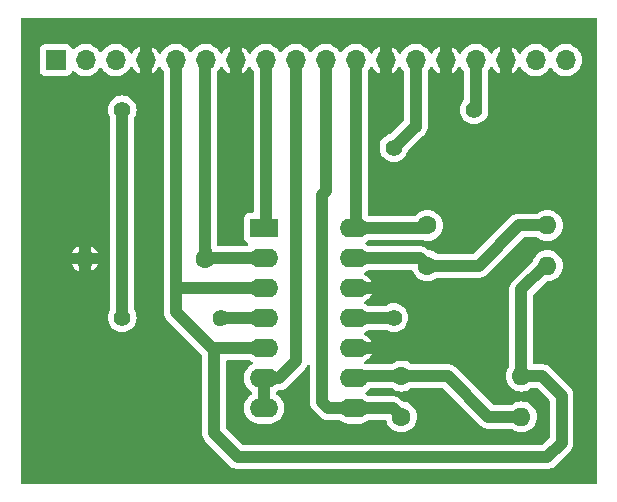
<source format=gbr>
G04 #@! TF.GenerationSoftware,KiCad,Pcbnew,8.0.0*
G04 #@! TF.CreationDate,2024-03-15T09:59:20+01:00*
G04 #@! TF.ProjectId,CMS_AmpliGBP,434d535f-416d-4706-9c69-4742502e6b69,rev?*
G04 #@! TF.SameCoordinates,Original*
G04 #@! TF.FileFunction,Copper,L2,Bot*
G04 #@! TF.FilePolarity,Positive*
%FSLAX46Y46*%
G04 Gerber Fmt 4.6, Leading zero omitted, Abs format (unit mm)*
G04 Created by KiCad (PCBNEW 8.0.0) date 2024-03-15 09:59:20*
%MOMM*%
%LPD*%
G01*
G04 APERTURE LIST*
G04 #@! TA.AperFunction,ComponentPad*
%ADD10R,2.400000X1.600000*%
G04 #@! TD*
G04 #@! TA.AperFunction,ComponentPad*
%ADD11O,2.400000X1.600000*%
G04 #@! TD*
G04 #@! TA.AperFunction,ComponentPad*
%ADD12O,1.600000X1.600000*%
G04 #@! TD*
G04 #@! TA.AperFunction,ComponentPad*
%ADD13C,1.600000*%
G04 #@! TD*
G04 #@! TA.AperFunction,ComponentPad*
%ADD14R,1.700000X1.700000*%
G04 #@! TD*
G04 #@! TA.AperFunction,ComponentPad*
%ADD15O,1.700000X1.700000*%
G04 #@! TD*
G04 #@! TA.AperFunction,ViaPad*
%ADD16C,1.400000*%
G04 #@! TD*
G04 #@! TA.AperFunction,Conductor*
%ADD17C,1.000000*%
G04 #@! TD*
G04 APERTURE END LIST*
D10*
X144020000Y-112020000D03*
D11*
X144020000Y-114560000D03*
X144020000Y-117100000D03*
X144020000Y-119640000D03*
X144020000Y-122180000D03*
X144020000Y-124720000D03*
X144020000Y-127260000D03*
X151640000Y-127260000D03*
X151640000Y-124720000D03*
X151640000Y-122180000D03*
X151640000Y-119640000D03*
X151640000Y-117100000D03*
X151640000Y-114560000D03*
X151640000Y-112020000D03*
D12*
X168000000Y-111800000D03*
D13*
X157840000Y-111800000D03*
X157840000Y-115200000D03*
D12*
X168000000Y-115200000D03*
D13*
X155640000Y-128000000D03*
D12*
X165800000Y-128000000D03*
D13*
X155640000Y-124550000D03*
D12*
X165800000Y-124550000D03*
D13*
X139000000Y-114600000D03*
D12*
X128840000Y-114600000D03*
D14*
X126365000Y-97790000D03*
D15*
X128905000Y-97790000D03*
X131445000Y-97790000D03*
X133985000Y-97790000D03*
X136525000Y-97790000D03*
X139065000Y-97790000D03*
X141605000Y-97790000D03*
X144145000Y-97790000D03*
X146685000Y-97790000D03*
X149225000Y-97790000D03*
X151765000Y-97790000D03*
X154305000Y-97790000D03*
X156845000Y-97790000D03*
X159385000Y-97790000D03*
X161925000Y-97790000D03*
X164465000Y-97790000D03*
X167005000Y-97790000D03*
X169545000Y-97790000D03*
D16*
X155000000Y-105200000D03*
X155000000Y-119600000D03*
X132000000Y-102000000D03*
X161800000Y-102000000D03*
X132000000Y-119600000D03*
X140360000Y-119640000D03*
D17*
X141800000Y-131400000D02*
X139800000Y-129400000D01*
X168000000Y-131400000D02*
X141800000Y-131400000D01*
X169200000Y-126200000D02*
X169200000Y-130200000D01*
X139800000Y-129400000D02*
X139800000Y-122180000D01*
X167550000Y-124550000D02*
X169200000Y-126200000D01*
X169200000Y-130200000D02*
X168000000Y-131400000D01*
X165800000Y-124550000D02*
X167550000Y-124550000D01*
X167800000Y-115200000D02*
X165800000Y-117200000D01*
X165800000Y-117200000D02*
X165800000Y-124550000D01*
X168000000Y-115200000D02*
X167800000Y-115200000D01*
X154900000Y-127260000D02*
X155640000Y-128000000D01*
X151640000Y-127260000D02*
X154900000Y-127260000D01*
X139800000Y-122180000D02*
X144020000Y-122180000D01*
X139600000Y-122180000D02*
X139800000Y-122180000D01*
X136625000Y-117100000D02*
X136525000Y-117000000D01*
X144020000Y-117100000D02*
X136625000Y-117100000D01*
X136525000Y-97790000D02*
X136525000Y-117000000D01*
X136525000Y-117000000D02*
X136525000Y-119105000D01*
X156755000Y-103445000D02*
X156845000Y-103445000D01*
X155000000Y-105200000D02*
X156755000Y-103445000D01*
X154960000Y-119640000D02*
X155000000Y-119600000D01*
X151640000Y-119640000D02*
X154960000Y-119640000D01*
X132000000Y-119600000D02*
X132000000Y-102000000D01*
X161925000Y-101875000D02*
X161800000Y-102000000D01*
X161925000Y-97790000D02*
X161925000Y-101875000D01*
X136525000Y-119105000D02*
X139600000Y-122180000D01*
X145280000Y-124720000D02*
X144020000Y-124720000D01*
X146685000Y-123315000D02*
X145280000Y-124720000D01*
X146685000Y-97790000D02*
X146685000Y-123315000D01*
X144020000Y-127260000D02*
X144020000Y-124720000D01*
X140360000Y-119640000D02*
X140200000Y-119800000D01*
X144020000Y-119640000D02*
X140360000Y-119640000D01*
X159550000Y-124550000D02*
X155640000Y-124550000D01*
X163000000Y-128000000D02*
X159550000Y-124550000D01*
X165800000Y-128000000D02*
X163000000Y-128000000D01*
X151810000Y-124550000D02*
X151640000Y-124720000D01*
X157840000Y-124550000D02*
X151810000Y-124550000D01*
X139000000Y-113910000D02*
X139065000Y-113975000D01*
X139000000Y-97855000D02*
X139000000Y-113910000D01*
X139065000Y-97790000D02*
X139000000Y-97855000D01*
X143980000Y-114520000D02*
X144020000Y-114560000D01*
X139080000Y-114520000D02*
X143980000Y-114520000D01*
X139000000Y-114600000D02*
X139080000Y-114520000D01*
X151640000Y-114560000D02*
X157200000Y-114560000D01*
X157200000Y-114560000D02*
X157840000Y-115200000D01*
X157620000Y-112020000D02*
X157840000Y-111800000D01*
X151640000Y-112020000D02*
X157620000Y-112020000D01*
X149225000Y-108860000D02*
X148885000Y-109200000D01*
X149225000Y-97790000D02*
X149225000Y-108860000D01*
X148885000Y-126705000D02*
X148885000Y-109200000D01*
X144145000Y-111895000D02*
X144020000Y-112020000D01*
X144145000Y-97790000D02*
X144145000Y-111895000D01*
X151765000Y-111895000D02*
X151640000Y-112020000D01*
X151765000Y-97790000D02*
X151765000Y-111895000D01*
X144000000Y-112000000D02*
X144020000Y-112020000D01*
X149440000Y-127260000D02*
X148885000Y-126705000D01*
X151640000Y-127260000D02*
X149440000Y-127260000D01*
X162200000Y-115200000D02*
X157840000Y-115200000D01*
X165600000Y-111800000D02*
X162200000Y-115200000D01*
X168000000Y-111800000D02*
X165600000Y-111800000D01*
X156845000Y-103445000D02*
X156845000Y-97790000D01*
G04 #@! TA.AperFunction,Conductor*
G36*
X142105000Y-98936068D02*
G01*
X142232384Y-98876668D01*
X142232386Y-98876667D01*
X142411554Y-98751212D01*
X142566212Y-98596554D01*
X142691664Y-98417390D01*
X142702117Y-98394974D01*
X142748288Y-98342534D01*
X142815481Y-98323380D01*
X142882363Y-98343594D01*
X142927699Y-98396758D01*
X142928057Y-98397566D01*
X142946140Y-98438792D01*
X143051308Y-98599763D01*
X143069278Y-98627268D01*
X143103728Y-98664690D01*
X143134652Y-98727343D01*
X143136500Y-98748674D01*
X143136500Y-110587500D01*
X143116815Y-110654539D01*
X143064011Y-110700294D01*
X143012500Y-110711500D01*
X142771345Y-110711500D01*
X142710797Y-110718011D01*
X142710795Y-110718011D01*
X142573795Y-110769111D01*
X142456739Y-110856739D01*
X142369111Y-110973795D01*
X142318011Y-111110795D01*
X142318011Y-111110797D01*
X142311500Y-111171345D01*
X142311500Y-112868654D01*
X142318011Y-112929202D01*
X142318011Y-112929204D01*
X142363500Y-113051160D01*
X142369111Y-113066204D01*
X142456739Y-113183261D01*
X142529194Y-113237500D01*
X142573794Y-113270888D01*
X142573795Y-113270888D01*
X142573796Y-113270889D01*
X142574951Y-113271319D01*
X142575938Y-113272058D01*
X142581576Y-113275137D01*
X142581133Y-113275947D01*
X142630883Y-113313192D01*
X142655298Y-113378657D01*
X142640445Y-113446929D01*
X142591039Y-113496333D01*
X142531614Y-113511500D01*
X140132500Y-113511500D01*
X140065461Y-113491815D01*
X140019706Y-113439011D01*
X140008500Y-113387500D01*
X140008500Y-98819282D01*
X140028185Y-98752243D01*
X140041267Y-98735302D01*
X140140722Y-98627268D01*
X140263860Y-98438791D01*
X140281942Y-98397565D01*
X140326896Y-98344082D01*
X140393631Y-98323390D01*
X140460960Y-98342063D01*
X140507504Y-98394172D01*
X140507880Y-98394971D01*
X140518332Y-98417387D01*
X140643787Y-98596554D01*
X140798445Y-98751212D01*
X140977613Y-98876667D01*
X140977615Y-98876668D01*
X141104999Y-98936068D01*
X141105000Y-98936067D01*
X141105000Y-97855826D01*
X141139075Y-97982993D01*
X141204901Y-98097007D01*
X141297993Y-98190099D01*
X141412007Y-98255925D01*
X141539174Y-98290000D01*
X141670826Y-98290000D01*
X141797993Y-98255925D01*
X141912007Y-98190099D01*
X142005099Y-98097007D01*
X142070925Y-97982993D01*
X142105000Y-97855826D01*
X142105000Y-98936068D01*
G37*
G04 #@! TD.AperFunction*
G04 #@! TA.AperFunction,Conductor*
G36*
X172143039Y-94219685D02*
G01*
X172188794Y-94272489D01*
X172200000Y-94324000D01*
X172200000Y-133576000D01*
X172180315Y-133643039D01*
X172127511Y-133688794D01*
X172076000Y-133700000D01*
X123524000Y-133700000D01*
X123456961Y-133680315D01*
X123411206Y-133627511D01*
X123400000Y-133576000D01*
X123400000Y-119600001D01*
X130786884Y-119600001D01*
X130805313Y-119810649D01*
X130805315Y-119810660D01*
X130860041Y-120014902D01*
X130860043Y-120014906D01*
X130860044Y-120014910D01*
X130882887Y-120063896D01*
X130949410Y-120206556D01*
X130949411Y-120206558D01*
X131070700Y-120379778D01*
X131220221Y-120529299D01*
X131220224Y-120529301D01*
X131393442Y-120650589D01*
X131585090Y-120739956D01*
X131789345Y-120794686D01*
X131939812Y-120807850D01*
X131999998Y-120813116D01*
X132000000Y-120813116D01*
X132000002Y-120813116D01*
X132052663Y-120808508D01*
X132210655Y-120794686D01*
X132414910Y-120739956D01*
X132606558Y-120650589D01*
X132779776Y-120529301D01*
X132929301Y-120379776D01*
X133050589Y-120206558D01*
X133139956Y-120014910D01*
X133194686Y-119810655D01*
X133213116Y-119600000D01*
X133194686Y-119389345D01*
X133139956Y-119185090D01*
X133050589Y-118993442D01*
X133041838Y-118980944D01*
X133030924Y-118965356D01*
X133008597Y-118899150D01*
X133008500Y-118894235D01*
X133008500Y-102705764D01*
X133028185Y-102638725D01*
X133030926Y-102634640D01*
X133036713Y-102626374D01*
X133050589Y-102606558D01*
X133139956Y-102414910D01*
X133194686Y-102210655D01*
X133213116Y-102000000D01*
X133194686Y-101789345D01*
X133139956Y-101585090D01*
X133050589Y-101393442D01*
X132929301Y-101220224D01*
X132929299Y-101220221D01*
X132779778Y-101070700D01*
X132606558Y-100949411D01*
X132606556Y-100949410D01*
X132585071Y-100939391D01*
X132414910Y-100860044D01*
X132414906Y-100860043D01*
X132414902Y-100860041D01*
X132210660Y-100805315D01*
X132210656Y-100805314D01*
X132210655Y-100805314D01*
X132210654Y-100805313D01*
X132210649Y-100805313D01*
X132000002Y-100786884D01*
X131999998Y-100786884D01*
X131789350Y-100805313D01*
X131789339Y-100805315D01*
X131585097Y-100860041D01*
X131585088Y-100860045D01*
X131393443Y-100949410D01*
X131393441Y-100949411D01*
X131220221Y-101070700D01*
X131070700Y-101220221D01*
X130949411Y-101393441D01*
X130949410Y-101393443D01*
X130860045Y-101585088D01*
X130860041Y-101585097D01*
X130805315Y-101789339D01*
X130805313Y-101789350D01*
X130786884Y-101999998D01*
X130786884Y-102000001D01*
X130805313Y-102210649D01*
X130805315Y-102210660D01*
X130860041Y-102414902D01*
X130860043Y-102414906D01*
X130860044Y-102414910D01*
X130949410Y-102606556D01*
X130949411Y-102606558D01*
X130949415Y-102606564D01*
X130969074Y-102634640D01*
X130991402Y-102700846D01*
X130991500Y-102705764D01*
X130991500Y-118894235D01*
X130971815Y-118961274D01*
X130969076Y-118965356D01*
X130949414Y-118993437D01*
X130949410Y-118993443D01*
X130860045Y-119185088D01*
X130860041Y-119185097D01*
X130805315Y-119389339D01*
X130805313Y-119389350D01*
X130786884Y-119599998D01*
X130786884Y-119600001D01*
X123400000Y-119600001D01*
X123400000Y-115100000D01*
X127748432Y-115100000D01*
X127815362Y-115234415D01*
X127815369Y-115234427D01*
X127949391Y-115411900D01*
X128113738Y-115561721D01*
X128302823Y-115678798D01*
X128340000Y-115693199D01*
X128340000Y-115100000D01*
X129340000Y-115100000D01*
X129340000Y-115693199D01*
X129377176Y-115678798D01*
X129566261Y-115561721D01*
X129730608Y-115411900D01*
X129864630Y-115234427D01*
X129864637Y-115234415D01*
X129931568Y-115100000D01*
X129340000Y-115100000D01*
X128340000Y-115100000D01*
X127748432Y-115100000D01*
X123400000Y-115100000D01*
X123400000Y-114652661D01*
X128440000Y-114652661D01*
X128467259Y-114754394D01*
X128519920Y-114845606D01*
X128594394Y-114920080D01*
X128685606Y-114972741D01*
X128787339Y-115000000D01*
X128892661Y-115000000D01*
X128994394Y-114972741D01*
X129085606Y-114920080D01*
X129160080Y-114845606D01*
X129212741Y-114754394D01*
X129240000Y-114652661D01*
X129240000Y-114547339D01*
X129212741Y-114445606D01*
X129160080Y-114354394D01*
X129085606Y-114279920D01*
X128994394Y-114227259D01*
X128892661Y-114200000D01*
X128787339Y-114200000D01*
X128685606Y-114227259D01*
X128594394Y-114279920D01*
X128519920Y-114354394D01*
X128467259Y-114445606D01*
X128440000Y-114547339D01*
X128440000Y-114652661D01*
X123400000Y-114652661D01*
X123400000Y-114099999D01*
X127748431Y-114099999D01*
X127748432Y-114100000D01*
X128340000Y-114100000D01*
X128340000Y-113506799D01*
X129340000Y-113506799D01*
X129340000Y-114100000D01*
X129931568Y-114100000D01*
X129931568Y-114099999D01*
X129864637Y-113965584D01*
X129864630Y-113965572D01*
X129730608Y-113788099D01*
X129566261Y-113638278D01*
X129377179Y-113521202D01*
X129340000Y-113506799D01*
X128340000Y-113506799D01*
X128302820Y-113521202D01*
X128113738Y-113638278D01*
X127949391Y-113788099D01*
X127815369Y-113965572D01*
X127815362Y-113965584D01*
X127748431Y-114099999D01*
X123400000Y-114099999D01*
X123400000Y-98688654D01*
X125006500Y-98688654D01*
X125013011Y-98749202D01*
X125013011Y-98749204D01*
X125039150Y-98819282D01*
X125064111Y-98886204D01*
X125151739Y-99003261D01*
X125268796Y-99090889D01*
X125405799Y-99141989D01*
X125433050Y-99144918D01*
X125466345Y-99148499D01*
X125466362Y-99148500D01*
X127263638Y-99148500D01*
X127263654Y-99148499D01*
X127290692Y-99145591D01*
X127324201Y-99141989D01*
X127461204Y-99090889D01*
X127578261Y-99003261D01*
X127665889Y-98886204D01*
X127711138Y-98764887D01*
X127753009Y-98708956D01*
X127818474Y-98684539D01*
X127886746Y-98699391D01*
X127918545Y-98724236D01*
X127981760Y-98792906D01*
X128159424Y-98931189D01*
X128159425Y-98931189D01*
X128159427Y-98931191D01*
X128286135Y-98999761D01*
X128357426Y-99038342D01*
X128570365Y-99111444D01*
X128792431Y-99148500D01*
X129017569Y-99148500D01*
X129239635Y-99111444D01*
X129452574Y-99038342D01*
X129650576Y-98931189D01*
X129828240Y-98792906D01*
X129980722Y-98627268D01*
X130071193Y-98488790D01*
X130124338Y-98443437D01*
X130193569Y-98434013D01*
X130256905Y-98463515D01*
X130278804Y-98488787D01*
X130369278Y-98627268D01*
X130369283Y-98627273D01*
X130369284Y-98627276D01*
X130521756Y-98792902D01*
X130521761Y-98792907D01*
X130580981Y-98839000D01*
X130699424Y-98931189D01*
X130699425Y-98931189D01*
X130699427Y-98931191D01*
X130826135Y-98999761D01*
X130897426Y-99038342D01*
X131110365Y-99111444D01*
X131332431Y-99148500D01*
X131557569Y-99148500D01*
X131779635Y-99111444D01*
X131992574Y-99038342D01*
X132190576Y-98931189D01*
X132368240Y-98792906D01*
X132520722Y-98627268D01*
X132643860Y-98438791D01*
X132661942Y-98397565D01*
X132706896Y-98344082D01*
X132773631Y-98323390D01*
X132840960Y-98342063D01*
X132887504Y-98394172D01*
X132887880Y-98394971D01*
X132898332Y-98417387D01*
X133023787Y-98596554D01*
X133178445Y-98751212D01*
X133357613Y-98876667D01*
X133357615Y-98876668D01*
X133484999Y-98936068D01*
X133485000Y-98936067D01*
X133485000Y-97855826D01*
X133519075Y-97982993D01*
X133584901Y-98097007D01*
X133677993Y-98190099D01*
X133792007Y-98255925D01*
X133919174Y-98290000D01*
X134050826Y-98290000D01*
X134177993Y-98255925D01*
X134292007Y-98190099D01*
X134385099Y-98097007D01*
X134450925Y-97982993D01*
X134485000Y-97855826D01*
X134485000Y-98936068D01*
X134612384Y-98876668D01*
X134612386Y-98876667D01*
X134791554Y-98751212D01*
X134946212Y-98596554D01*
X135071664Y-98417390D01*
X135082117Y-98394974D01*
X135128288Y-98342534D01*
X135195481Y-98323380D01*
X135262363Y-98343594D01*
X135307699Y-98396758D01*
X135308057Y-98397566D01*
X135326140Y-98438792D01*
X135431308Y-98599763D01*
X135449278Y-98627268D01*
X135483728Y-98664690D01*
X135514652Y-98727343D01*
X135516500Y-98748674D01*
X135516500Y-119204333D01*
X135555254Y-119399161D01*
X135555256Y-119399169D01*
X135612356Y-119537019D01*
X135631280Y-119582707D01*
X135741646Y-119747880D01*
X135741649Y-119747884D01*
X138755181Y-122761415D01*
X138788666Y-122822738D01*
X138791500Y-122849096D01*
X138791500Y-129499333D01*
X138830254Y-129694160D01*
X138830256Y-129694168D01*
X138906277Y-129877701D01*
X138906282Y-129877710D01*
X139016646Y-130042880D01*
X139016649Y-130042884D01*
X141016647Y-132042881D01*
X141157119Y-132183353D01*
X141157120Y-132183354D01*
X141322289Y-132293717D01*
X141322295Y-132293720D01*
X141322296Y-132293721D01*
X141505831Y-132369744D01*
X141700666Y-132408499D01*
X141700670Y-132408500D01*
X141700671Y-132408500D01*
X168099330Y-132408500D01*
X168099331Y-132408499D01*
X168294169Y-132369744D01*
X168477704Y-132293721D01*
X168642881Y-132183353D01*
X168783353Y-132042881D01*
X169983353Y-130842881D01*
X170093721Y-130677704D01*
X170169744Y-130494169D01*
X170208500Y-130299329D01*
X170208500Y-130100671D01*
X170208500Y-126100671D01*
X170169744Y-125905831D01*
X170106100Y-125752182D01*
X170093722Y-125722298D01*
X170093717Y-125722289D01*
X169983354Y-125557120D01*
X169929587Y-125503353D01*
X169842881Y-125416647D01*
X169043253Y-124617019D01*
X168192884Y-123766649D01*
X168192880Y-123766646D01*
X168027710Y-123656282D01*
X168027703Y-123656278D01*
X168009864Y-123648889D01*
X167992024Y-123641500D01*
X167844169Y-123580256D01*
X167844161Y-123580254D01*
X167649333Y-123541500D01*
X167649329Y-123541500D01*
X166932500Y-123541500D01*
X166865461Y-123521815D01*
X166819706Y-123469011D01*
X166808500Y-123417500D01*
X166808500Y-117669095D01*
X166828185Y-117602056D01*
X166844814Y-117581418D01*
X167878869Y-116547363D01*
X167940192Y-116513879D01*
X167977358Y-116511517D01*
X167999999Y-116513498D01*
X168000000Y-116513498D01*
X168000002Y-116513498D01*
X168057021Y-116508509D01*
X168228087Y-116493543D01*
X168449243Y-116434284D01*
X168656749Y-116337523D01*
X168844300Y-116206198D01*
X169006198Y-116044300D01*
X169137523Y-115856749D01*
X169234284Y-115649243D01*
X169293543Y-115428087D01*
X169313498Y-115200000D01*
X169293543Y-114971913D01*
X169234284Y-114750757D01*
X169137523Y-114543251D01*
X169006198Y-114355700D01*
X168844300Y-114193802D01*
X168656749Y-114062477D01*
X168646526Y-114057710D01*
X168449249Y-113965718D01*
X168449238Y-113965714D01*
X168228089Y-113906457D01*
X168228081Y-113906456D01*
X168000002Y-113886502D01*
X167999998Y-113886502D01*
X167771918Y-113906456D01*
X167771910Y-113906457D01*
X167550761Y-113965714D01*
X167550750Y-113965718D01*
X167343254Y-114062475D01*
X167343252Y-114062476D01*
X167343251Y-114062477D01*
X167155700Y-114193802D01*
X167155698Y-114193803D01*
X167155695Y-114193806D01*
X166993806Y-114355695D01*
X166993803Y-114355698D01*
X166993802Y-114355700D01*
X166911767Y-114472856D01*
X166862476Y-114543252D01*
X166862475Y-114543254D01*
X166765717Y-114750752D01*
X166753343Y-114796930D01*
X166721250Y-114852514D01*
X165529466Y-116044300D01*
X165157119Y-116416647D01*
X165102708Y-116471058D01*
X165016645Y-116557120D01*
X164906282Y-116722289D01*
X164906277Y-116722298D01*
X164830256Y-116905830D01*
X164830254Y-116905838D01*
X164791500Y-117100666D01*
X164791500Y-123669890D01*
X164771815Y-123736929D01*
X164769087Y-123740995D01*
X164751127Y-123766646D01*
X164662476Y-123893252D01*
X164662475Y-123893254D01*
X164565718Y-124100750D01*
X164565714Y-124100761D01*
X164506457Y-124321910D01*
X164506456Y-124321918D01*
X164486502Y-124549998D01*
X164486502Y-124550001D01*
X164506456Y-124778081D01*
X164506457Y-124778089D01*
X164565714Y-124999238D01*
X164565718Y-124999249D01*
X164662475Y-125206745D01*
X164662477Y-125206749D01*
X164793802Y-125394300D01*
X164955700Y-125556198D01*
X165143251Y-125687523D01*
X165217827Y-125722298D01*
X165350750Y-125784281D01*
X165350752Y-125784281D01*
X165350757Y-125784284D01*
X165571913Y-125843543D01*
X165734832Y-125857796D01*
X165799998Y-125863498D01*
X165800000Y-125863498D01*
X165800002Y-125863498D01*
X165857021Y-125858509D01*
X166028087Y-125843543D01*
X166249243Y-125784284D01*
X166456749Y-125687523D01*
X166608986Y-125580925D01*
X166675193Y-125558598D01*
X166680110Y-125558500D01*
X167080904Y-125558500D01*
X167147943Y-125578185D01*
X167168585Y-125594819D01*
X168155181Y-126581415D01*
X168188666Y-126642738D01*
X168191500Y-126669096D01*
X168191500Y-129730904D01*
X168171815Y-129797943D01*
X168155181Y-129818585D01*
X167618585Y-130355181D01*
X167557262Y-130388666D01*
X167530904Y-130391500D01*
X142269096Y-130391500D01*
X142202057Y-130371815D01*
X142181415Y-130355181D01*
X140844819Y-129018585D01*
X140811334Y-128957262D01*
X140808500Y-128930904D01*
X140808500Y-123312500D01*
X140828185Y-123245461D01*
X140880989Y-123199706D01*
X140932500Y-123188500D01*
X142741639Y-123188500D01*
X142808678Y-123208185D01*
X142814524Y-123212182D01*
X142934195Y-123299128D01*
X143013459Y-123339516D01*
X143064254Y-123387490D01*
X143081049Y-123455311D01*
X143058511Y-123521446D01*
X143013459Y-123560484D01*
X142934195Y-123600871D01*
X142767576Y-123721926D01*
X142767571Y-123721930D01*
X142621930Y-123867571D01*
X142621926Y-123867576D01*
X142500873Y-124034193D01*
X142407367Y-124217705D01*
X142343719Y-124413591D01*
X142311500Y-124617019D01*
X142311500Y-124822980D01*
X142343719Y-125026408D01*
X142407367Y-125222294D01*
X142500873Y-125405806D01*
X142621926Y-125572423D01*
X142621930Y-125572428D01*
X142767571Y-125718069D01*
X142767576Y-125718073D01*
X142934192Y-125839126D01*
X142934194Y-125839127D01*
X142934197Y-125839129D01*
X142943793Y-125844018D01*
X142994590Y-125891992D01*
X143011500Y-125954504D01*
X143011500Y-126025495D01*
X142991815Y-126092534D01*
X142943802Y-126135976D01*
X142934195Y-126140871D01*
X142934193Y-126140872D01*
X142767576Y-126261926D01*
X142767571Y-126261930D01*
X142621930Y-126407571D01*
X142621926Y-126407576D01*
X142500873Y-126574193D01*
X142407367Y-126757705D01*
X142343719Y-126953591D01*
X142311500Y-127157019D01*
X142311500Y-127362980D01*
X142343719Y-127566408D01*
X142407367Y-127762294D01*
X142500873Y-127945806D01*
X142621926Y-128112423D01*
X142621930Y-128112428D01*
X142767571Y-128258069D01*
X142767576Y-128258073D01*
X142908427Y-128360406D01*
X142934197Y-128379129D01*
X143051128Y-128438709D01*
X143117705Y-128472632D01*
X143117707Y-128472632D01*
X143117710Y-128472634D01*
X143222707Y-128506749D01*
X143313591Y-128536280D01*
X143415305Y-128552390D01*
X143517019Y-128568500D01*
X143517020Y-128568500D01*
X144522980Y-128568500D01*
X144522981Y-128568500D01*
X144726408Y-128536280D01*
X144922290Y-128472634D01*
X145105803Y-128379129D01*
X145272430Y-128258068D01*
X145418068Y-128112430D01*
X145539129Y-127945803D01*
X145632634Y-127762290D01*
X145696280Y-127566408D01*
X145728500Y-127362981D01*
X145728500Y-127157019D01*
X145703499Y-126999169D01*
X145696280Y-126953591D01*
X145635235Y-126765716D01*
X145632634Y-126757710D01*
X145632632Y-126757707D01*
X145632632Y-126757705D01*
X145598709Y-126691128D01*
X145539129Y-126574197D01*
X145468255Y-126476647D01*
X145418073Y-126407576D01*
X145418069Y-126407571D01*
X145272428Y-126261930D01*
X145272423Y-126261926D01*
X145105806Y-126140872D01*
X145105804Y-126140871D01*
X145096198Y-126135976D01*
X145045405Y-126087998D01*
X145028500Y-126025495D01*
X145028500Y-125954504D01*
X145048185Y-125887465D01*
X145096205Y-125844018D01*
X145105803Y-125839129D01*
X145225476Y-125752181D01*
X145291282Y-125728702D01*
X145298361Y-125728500D01*
X145379330Y-125728500D01*
X145379331Y-125728499D01*
X145574169Y-125689744D01*
X145757704Y-125613721D01*
X145922881Y-125503353D01*
X146063353Y-125362881D01*
X147468353Y-123957881D01*
X147578721Y-123792704D01*
X147608036Y-123721932D01*
X147614759Y-123705701D01*
X147614759Y-123705700D01*
X147635230Y-123656279D01*
X147637939Y-123649738D01*
X147681780Y-123595336D01*
X147748075Y-123573271D01*
X147815774Y-123590550D01*
X147863384Y-123641688D01*
X147876500Y-123697192D01*
X147876500Y-126804333D01*
X147915254Y-126999161D01*
X147915256Y-126999169D01*
X147980093Y-127155697D01*
X147980093Y-127155698D01*
X147991277Y-127182700D01*
X147991282Y-127182709D01*
X148101646Y-127347880D01*
X148101649Y-127347884D01*
X148797115Y-128043351D01*
X148797123Y-128043357D01*
X148962286Y-128153715D01*
X148962289Y-128153716D01*
X148962297Y-128153722D01*
X149069809Y-128198254D01*
X149145831Y-128229744D01*
X149288226Y-128258068D01*
X149340666Y-128268499D01*
X149340670Y-128268500D01*
X149340671Y-128268500D01*
X149340672Y-128268500D01*
X149539329Y-128268500D01*
X150361639Y-128268500D01*
X150428678Y-128288185D01*
X150434519Y-128292179D01*
X150554197Y-128379129D01*
X150671128Y-128438709D01*
X150737705Y-128472632D01*
X150737707Y-128472632D01*
X150737710Y-128472634D01*
X150842707Y-128506749D01*
X150933591Y-128536280D01*
X151035305Y-128552390D01*
X151137019Y-128568500D01*
X151137020Y-128568500D01*
X152142980Y-128568500D01*
X152142981Y-128568500D01*
X152346408Y-128536280D01*
X152542290Y-128472634D01*
X152725803Y-128379129D01*
X152845476Y-128292181D01*
X152911282Y-128268702D01*
X152918361Y-128268500D01*
X154262137Y-128268500D01*
X154329176Y-128288185D01*
X154374931Y-128340989D01*
X154381912Y-128360406D01*
X154405714Y-128449238D01*
X154405718Y-128449249D01*
X154461326Y-128568500D01*
X154502477Y-128656749D01*
X154633802Y-128844300D01*
X154795700Y-129006198D01*
X154983251Y-129137523D01*
X155108091Y-129195736D01*
X155190750Y-129234281D01*
X155190752Y-129234281D01*
X155190757Y-129234284D01*
X155411913Y-129293543D01*
X155574832Y-129307796D01*
X155639998Y-129313498D01*
X155640000Y-129313498D01*
X155640002Y-129313498D01*
X155697021Y-129308509D01*
X155868087Y-129293543D01*
X156089243Y-129234284D01*
X156296749Y-129137523D01*
X156484300Y-129006198D01*
X156646198Y-128844300D01*
X156777523Y-128656749D01*
X156874284Y-128449243D01*
X156933543Y-128228087D01*
X156953498Y-128000000D01*
X156933543Y-127771913D01*
X156874284Y-127550757D01*
X156777523Y-127343251D01*
X156646198Y-127155700D01*
X156484300Y-126993802D01*
X156296749Y-126862477D01*
X156296745Y-126862475D01*
X156089249Y-126765718D01*
X156089238Y-126765714D01*
X155868089Y-126706457D01*
X155868083Y-126706456D01*
X155808501Y-126701243D01*
X155743433Y-126675789D01*
X155731630Y-126665396D01*
X155542884Y-126476649D01*
X155542880Y-126476646D01*
X155377710Y-126366282D01*
X155377703Y-126366278D01*
X155359864Y-126358889D01*
X155342024Y-126351500D01*
X155194169Y-126290256D01*
X155194161Y-126290254D01*
X154999333Y-126251500D01*
X154999329Y-126251500D01*
X152918361Y-126251500D01*
X152851322Y-126231815D01*
X152845476Y-126227818D01*
X152725806Y-126140873D01*
X152725805Y-126140872D01*
X152725803Y-126140871D01*
X152646540Y-126100484D01*
X152595745Y-126052510D01*
X152578950Y-125984689D01*
X152601487Y-125918554D01*
X152646541Y-125879515D01*
X152648500Y-125878517D01*
X152725803Y-125839129D01*
X152861400Y-125740612D01*
X152892422Y-125718074D01*
X152892422Y-125718073D01*
X152892430Y-125718068D01*
X153015680Y-125594818D01*
X153077003Y-125561334D01*
X153103361Y-125558500D01*
X154759890Y-125558500D01*
X154826929Y-125578185D01*
X154831015Y-125580925D01*
X154983251Y-125687523D01*
X155057827Y-125722298D01*
X155190750Y-125784281D01*
X155190752Y-125784281D01*
X155190757Y-125784284D01*
X155411913Y-125843543D01*
X155574832Y-125857796D01*
X155639998Y-125863498D01*
X155640000Y-125863498D01*
X155640002Y-125863498D01*
X155697021Y-125858509D01*
X155868087Y-125843543D01*
X156089243Y-125784284D01*
X156296749Y-125687523D01*
X156448986Y-125580925D01*
X156515193Y-125558598D01*
X156520110Y-125558500D01*
X159080904Y-125558500D01*
X159147943Y-125578185D01*
X159168585Y-125594819D01*
X162357115Y-128783351D01*
X162357119Y-128783354D01*
X162522289Y-128893718D01*
X162522291Y-128893719D01*
X162522296Y-128893722D01*
X162652075Y-128947477D01*
X162705831Y-128969744D01*
X162889073Y-129006193D01*
X162900666Y-129008499D01*
X162900670Y-129008500D01*
X162900671Y-129008500D01*
X164919890Y-129008500D01*
X164986929Y-129028185D01*
X164991015Y-129030925D01*
X165143251Y-129137523D01*
X165268091Y-129195736D01*
X165350750Y-129234281D01*
X165350752Y-129234281D01*
X165350757Y-129234284D01*
X165571913Y-129293543D01*
X165734832Y-129307796D01*
X165799998Y-129313498D01*
X165800000Y-129313498D01*
X165800002Y-129313498D01*
X165857021Y-129308509D01*
X166028087Y-129293543D01*
X166249243Y-129234284D01*
X166456749Y-129137523D01*
X166644300Y-129006198D01*
X166806198Y-128844300D01*
X166937523Y-128656749D01*
X167034284Y-128449243D01*
X167093543Y-128228087D01*
X167113498Y-128000000D01*
X167093543Y-127771913D01*
X167034284Y-127550757D01*
X166937523Y-127343251D01*
X166806198Y-127155700D01*
X166644300Y-126993802D01*
X166456749Y-126862477D01*
X166456745Y-126862475D01*
X166249249Y-126765718D01*
X166249238Y-126765714D01*
X166028089Y-126706457D01*
X166028081Y-126706456D01*
X165800002Y-126686502D01*
X165799998Y-126686502D01*
X165571918Y-126706456D01*
X165571910Y-126706457D01*
X165350761Y-126765714D01*
X165350750Y-126765718D01*
X165143254Y-126862475D01*
X165143252Y-126862476D01*
X164991014Y-126969075D01*
X164924807Y-126991402D01*
X164919890Y-126991500D01*
X163469097Y-126991500D01*
X163402058Y-126971815D01*
X163381416Y-126955181D01*
X160192884Y-123766649D01*
X160192880Y-123766646D01*
X160027710Y-123656282D01*
X160027703Y-123656278D01*
X160009864Y-123648889D01*
X159992024Y-123641500D01*
X159844169Y-123580256D01*
X159844161Y-123580254D01*
X159649333Y-123541500D01*
X159649329Y-123541500D01*
X157939329Y-123541500D01*
X156520110Y-123541500D01*
X156453071Y-123521815D01*
X156448986Y-123519075D01*
X156427741Y-123504199D01*
X156296749Y-123412477D01*
X156259619Y-123395163D01*
X156089249Y-123315718D01*
X156089238Y-123315714D01*
X155868089Y-123256457D01*
X155868081Y-123256456D01*
X155640002Y-123236502D01*
X155639998Y-123236502D01*
X155411918Y-123256456D01*
X155411910Y-123256457D01*
X155190761Y-123315714D01*
X155190750Y-123315718D01*
X154983254Y-123412475D01*
X154983252Y-123412476D01*
X154831014Y-123519075D01*
X154764807Y-123541402D01*
X154759890Y-123541500D01*
X152639051Y-123541500D01*
X152582757Y-123527985D01*
X152542290Y-123507366D01*
X152537787Y-123505501D01*
X152538325Y-123504199D01*
X152485887Y-123468332D01*
X152458698Y-123403970D01*
X152470622Y-123335125D01*
X152517874Y-123283656D01*
X152525597Y-123279367D01*
X152668941Y-123206329D01*
X152821741Y-123095314D01*
X152821746Y-123095310D01*
X152955310Y-122961746D01*
X152955314Y-122961741D01*
X153066329Y-122808941D01*
X153132028Y-122680000D01*
X151264000Y-122680000D01*
X151196961Y-122660315D01*
X151151206Y-122607511D01*
X151140000Y-122556000D01*
X151140000Y-122232661D01*
X151240000Y-122232661D01*
X151267259Y-122334394D01*
X151319920Y-122425606D01*
X151394394Y-122500080D01*
X151485606Y-122552741D01*
X151587339Y-122580000D01*
X151692661Y-122580000D01*
X151794394Y-122552741D01*
X151885606Y-122500080D01*
X151960080Y-122425606D01*
X152012741Y-122334394D01*
X152040000Y-122232661D01*
X152040000Y-122127339D01*
X152012741Y-122025606D01*
X151960080Y-121934394D01*
X151885606Y-121859920D01*
X151794394Y-121807259D01*
X151692661Y-121780000D01*
X151587339Y-121780000D01*
X151485606Y-121807259D01*
X151394394Y-121859920D01*
X151319920Y-121934394D01*
X151267259Y-122025606D01*
X151240000Y-122127339D01*
X151240000Y-122232661D01*
X151140000Y-122232661D01*
X151140000Y-121804000D01*
X151159685Y-121736961D01*
X151212489Y-121691206D01*
X151264000Y-121680000D01*
X153132028Y-121680000D01*
X153132028Y-121679999D01*
X153066329Y-121551058D01*
X152955314Y-121398258D01*
X152955310Y-121398253D01*
X152821746Y-121264689D01*
X152821741Y-121264685D01*
X152668940Y-121153670D01*
X152525597Y-121080632D01*
X152474801Y-121032657D01*
X152458006Y-120964836D01*
X152480544Y-120898701D01*
X152535259Y-120855250D01*
X152541263Y-120853059D01*
X152542288Y-120852635D01*
X152542290Y-120852634D01*
X152725803Y-120759129D01*
X152845476Y-120672181D01*
X152911282Y-120648702D01*
X152918361Y-120648500D01*
X154361473Y-120648500D01*
X154413876Y-120660117D01*
X154585090Y-120739956D01*
X154789345Y-120794686D01*
X154939812Y-120807850D01*
X154999998Y-120813116D01*
X155000000Y-120813116D01*
X155000002Y-120813116D01*
X155052663Y-120808508D01*
X155210655Y-120794686D01*
X155414910Y-120739956D01*
X155606558Y-120650589D01*
X155779776Y-120529301D01*
X155929301Y-120379776D01*
X156050589Y-120206558D01*
X156139956Y-120014910D01*
X156194686Y-119810655D01*
X156213116Y-119600000D01*
X156194686Y-119389345D01*
X156139956Y-119185090D01*
X156050589Y-118993442D01*
X155929301Y-118820224D01*
X155929299Y-118820221D01*
X155779778Y-118670700D01*
X155606558Y-118549411D01*
X155606556Y-118549410D01*
X155500690Y-118500044D01*
X155414910Y-118460044D01*
X155414906Y-118460043D01*
X155414902Y-118460041D01*
X155210660Y-118405315D01*
X155210656Y-118405314D01*
X155210655Y-118405314D01*
X155210654Y-118405313D01*
X155210649Y-118405313D01*
X155000002Y-118386884D01*
X154999998Y-118386884D01*
X154789350Y-118405313D01*
X154789339Y-118405315D01*
X154585097Y-118460041D01*
X154585088Y-118460045D01*
X154393443Y-118549410D01*
X154393441Y-118549411D01*
X154339299Y-118587321D01*
X154308231Y-118609075D01*
X154242027Y-118631402D01*
X154237110Y-118631500D01*
X152918361Y-118631500D01*
X152851322Y-118611815D01*
X152845476Y-118607818D01*
X152820139Y-118589410D01*
X152725803Y-118520871D01*
X152666238Y-118490521D01*
X152542288Y-118427364D01*
X152537797Y-118425505D01*
X152538334Y-118424206D01*
X152485887Y-118388332D01*
X152458698Y-118323970D01*
X152470622Y-118255125D01*
X152517874Y-118203656D01*
X152525597Y-118199367D01*
X152668941Y-118126329D01*
X152821741Y-118015314D01*
X152821746Y-118015310D01*
X152955310Y-117881746D01*
X152955314Y-117881741D01*
X153066329Y-117728941D01*
X153132028Y-117600000D01*
X151264000Y-117600000D01*
X151196961Y-117580315D01*
X151151206Y-117527511D01*
X151140000Y-117476000D01*
X151140000Y-117152661D01*
X151240000Y-117152661D01*
X151267259Y-117254394D01*
X151319920Y-117345606D01*
X151394394Y-117420080D01*
X151485606Y-117472741D01*
X151587339Y-117500000D01*
X151692661Y-117500000D01*
X151794394Y-117472741D01*
X151885606Y-117420080D01*
X151960080Y-117345606D01*
X152012741Y-117254394D01*
X152040000Y-117152661D01*
X152040000Y-117047339D01*
X152012741Y-116945606D01*
X151960080Y-116854394D01*
X151885606Y-116779920D01*
X151794394Y-116727259D01*
X151692661Y-116700000D01*
X151587339Y-116700000D01*
X151485606Y-116727259D01*
X151394394Y-116779920D01*
X151319920Y-116854394D01*
X151267259Y-116945606D01*
X151240000Y-117047339D01*
X151240000Y-117152661D01*
X151140000Y-117152661D01*
X151140000Y-116724000D01*
X151159685Y-116656961D01*
X151212489Y-116611206D01*
X151264000Y-116600000D01*
X153132028Y-116600000D01*
X153132028Y-116599999D01*
X153066329Y-116471058D01*
X152955314Y-116318258D01*
X152955310Y-116318253D01*
X152821746Y-116184689D01*
X152821741Y-116184685D01*
X152668940Y-116073670D01*
X152525597Y-116000632D01*
X152474801Y-115952657D01*
X152458006Y-115884836D01*
X152480544Y-115818701D01*
X152535259Y-115775250D01*
X152541263Y-115773059D01*
X152542288Y-115772635D01*
X152542290Y-115772634D01*
X152725803Y-115679129D01*
X152845476Y-115592181D01*
X152911282Y-115568702D01*
X152918361Y-115568500D01*
X156489502Y-115568500D01*
X156556541Y-115588185D01*
X156602296Y-115640989D01*
X156605398Y-115648562D01*
X156684735Y-115818701D01*
X156702477Y-115856749D01*
X156833802Y-116044300D01*
X156995700Y-116206198D01*
X157183251Y-116337523D01*
X157308091Y-116395736D01*
X157390750Y-116434281D01*
X157390752Y-116434281D01*
X157390757Y-116434284D01*
X157611913Y-116493543D01*
X157774832Y-116507796D01*
X157839998Y-116513498D01*
X157840000Y-116513498D01*
X157840002Y-116513498D01*
X157897021Y-116508509D01*
X158068087Y-116493543D01*
X158289243Y-116434284D01*
X158496749Y-116337523D01*
X158648986Y-116230925D01*
X158715193Y-116208598D01*
X158720110Y-116208500D01*
X162299330Y-116208500D01*
X162299331Y-116208499D01*
X162494169Y-116169744D01*
X162677704Y-116093721D01*
X162842881Y-115983353D01*
X162983353Y-115842881D01*
X165981415Y-112844819D01*
X166042738Y-112811334D01*
X166069096Y-112808500D01*
X167119890Y-112808500D01*
X167186929Y-112828185D01*
X167191015Y-112830925D01*
X167343251Y-112937523D01*
X167468091Y-112995736D01*
X167550750Y-113034281D01*
X167550752Y-113034281D01*
X167550757Y-113034284D01*
X167771913Y-113093543D01*
X167934832Y-113107796D01*
X167999998Y-113113498D01*
X168000000Y-113113498D01*
X168000002Y-113113498D01*
X168057021Y-113108509D01*
X168228087Y-113093543D01*
X168449243Y-113034284D01*
X168656749Y-112937523D01*
X168844300Y-112806198D01*
X169006198Y-112644300D01*
X169137523Y-112456749D01*
X169234284Y-112249243D01*
X169293543Y-112028087D01*
X169313498Y-111800000D01*
X169293543Y-111571913D01*
X169234284Y-111350757D01*
X169227767Y-111336782D01*
X169148866Y-111167576D01*
X169137523Y-111143251D01*
X169006198Y-110955700D01*
X168844300Y-110793802D01*
X168656749Y-110662477D01*
X168639726Y-110654539D01*
X168449249Y-110565718D01*
X168449238Y-110565714D01*
X168228089Y-110506457D01*
X168228081Y-110506456D01*
X168000002Y-110486502D01*
X167999998Y-110486502D01*
X167771918Y-110506456D01*
X167771910Y-110506457D01*
X167550761Y-110565714D01*
X167550750Y-110565718D01*
X167343254Y-110662475D01*
X167343252Y-110662476D01*
X167191014Y-110769075D01*
X167124807Y-110791402D01*
X167119890Y-110791500D01*
X165500666Y-110791500D01*
X165305838Y-110830254D01*
X165305830Y-110830256D01*
X165122298Y-110906277D01*
X165122289Y-110906282D01*
X164957119Y-111016646D01*
X164957115Y-111016649D01*
X161818585Y-114155181D01*
X161757262Y-114188666D01*
X161730904Y-114191500D01*
X158720110Y-114191500D01*
X158653071Y-114171815D01*
X158648986Y-114169075D01*
X158550337Y-114100000D01*
X158496749Y-114062477D01*
X158486526Y-114057710D01*
X158289249Y-113965718D01*
X158289238Y-113965714D01*
X158068089Y-113906457D01*
X158068083Y-113906456D01*
X158008502Y-113901243D01*
X157943434Y-113875789D01*
X157931631Y-113865396D01*
X157842884Y-113776649D01*
X157842880Y-113776646D01*
X157677710Y-113666282D01*
X157677703Y-113666278D01*
X157659864Y-113658889D01*
X157642024Y-113651500D01*
X157494169Y-113590256D01*
X157494161Y-113590254D01*
X157299333Y-113551500D01*
X157299329Y-113551500D01*
X152918361Y-113551500D01*
X152851322Y-113531815D01*
X152845476Y-113527818D01*
X152802140Y-113496333D01*
X152725803Y-113440871D01*
X152646540Y-113400484D01*
X152595745Y-113352510D01*
X152578950Y-113284689D01*
X152601487Y-113218554D01*
X152646541Y-113179515D01*
X152725803Y-113139129D01*
X152845476Y-113052181D01*
X152911282Y-113028702D01*
X152918361Y-113028500D01*
X157353000Y-113028500D01*
X157385181Y-113034175D01*
X157385528Y-113032883D01*
X157453739Y-113051160D01*
X157611913Y-113093543D01*
X157774832Y-113107796D01*
X157839998Y-113113498D01*
X157840000Y-113113498D01*
X157840002Y-113113498D01*
X157897021Y-113108509D01*
X158068087Y-113093543D01*
X158289243Y-113034284D01*
X158496749Y-112937523D01*
X158684300Y-112806198D01*
X158846198Y-112644300D01*
X158977523Y-112456749D01*
X159074284Y-112249243D01*
X159133543Y-112028087D01*
X159153498Y-111800000D01*
X159133543Y-111571913D01*
X159074284Y-111350757D01*
X159067767Y-111336782D01*
X158988866Y-111167576D01*
X158977523Y-111143251D01*
X158846198Y-110955700D01*
X158684300Y-110793802D01*
X158496749Y-110662477D01*
X158479726Y-110654539D01*
X158289249Y-110565718D01*
X158289238Y-110565714D01*
X158068089Y-110506457D01*
X158068081Y-110506456D01*
X157840002Y-110486502D01*
X157839998Y-110486502D01*
X157611918Y-110506456D01*
X157611910Y-110506457D01*
X157390761Y-110565714D01*
X157390750Y-110565718D01*
X157183254Y-110662475D01*
X157183252Y-110662476D01*
X157183251Y-110662477D01*
X156995700Y-110793802D01*
X156995698Y-110793803D01*
X156995695Y-110793806D01*
X156833805Y-110955696D01*
X156833800Y-110955702D01*
X156831754Y-110958625D01*
X156830520Y-110959610D01*
X156830320Y-110959850D01*
X156830271Y-110959809D01*
X156777176Y-111002249D01*
X156730180Y-111011500D01*
X152918362Y-111011500D01*
X152851323Y-110991815D01*
X152845477Y-110987818D01*
X152824615Y-110972661D01*
X152781949Y-110917332D01*
X152773500Y-110872343D01*
X152773500Y-98748674D01*
X152793185Y-98681635D01*
X152806267Y-98664694D01*
X152840722Y-98627268D01*
X152963860Y-98438791D01*
X152981942Y-98397565D01*
X153026896Y-98344082D01*
X153093631Y-98323390D01*
X153160960Y-98342063D01*
X153207504Y-98394172D01*
X153207880Y-98394971D01*
X153218332Y-98417387D01*
X153343787Y-98596554D01*
X153498445Y-98751212D01*
X153677613Y-98876667D01*
X153677615Y-98876668D01*
X153804999Y-98936068D01*
X153805000Y-98936067D01*
X153805000Y-97855826D01*
X153839075Y-97982993D01*
X153904901Y-98097007D01*
X153997993Y-98190099D01*
X154112007Y-98255925D01*
X154239174Y-98290000D01*
X154370826Y-98290000D01*
X154497993Y-98255925D01*
X154612007Y-98190099D01*
X154705099Y-98097007D01*
X154770925Y-97982993D01*
X154805000Y-97855826D01*
X154805000Y-98936068D01*
X154932384Y-98876668D01*
X154932386Y-98876667D01*
X155111554Y-98751212D01*
X155266212Y-98596554D01*
X155391664Y-98417390D01*
X155402117Y-98394974D01*
X155448288Y-98342534D01*
X155515481Y-98323380D01*
X155582363Y-98343594D01*
X155627699Y-98396758D01*
X155628057Y-98397566D01*
X155646140Y-98438792D01*
X155751308Y-98599763D01*
X155769278Y-98627268D01*
X155803728Y-98664690D01*
X155834652Y-98727343D01*
X155836500Y-98748674D01*
X155836500Y-102885903D01*
X155816815Y-102952942D01*
X155800181Y-102973584D01*
X154784298Y-103989466D01*
X154728712Y-104021559D01*
X154585090Y-104060043D01*
X154393443Y-104149410D01*
X154393441Y-104149411D01*
X154220221Y-104270700D01*
X154070700Y-104420221D01*
X153949411Y-104593441D01*
X153949410Y-104593443D01*
X153860045Y-104785088D01*
X153860041Y-104785097D01*
X153805315Y-104989339D01*
X153805313Y-104989350D01*
X153786884Y-105199998D01*
X153786884Y-105200001D01*
X153805313Y-105410649D01*
X153805315Y-105410660D01*
X153860041Y-105614902D01*
X153860043Y-105614906D01*
X153860044Y-105614910D01*
X153939391Y-105785071D01*
X153949410Y-105806556D01*
X153949411Y-105806558D01*
X154070700Y-105979778D01*
X154220221Y-106129299D01*
X154220224Y-106129301D01*
X154393442Y-106250589D01*
X154585090Y-106339956D01*
X154789345Y-106394686D01*
X154939812Y-106407850D01*
X154999998Y-106413116D01*
X155000000Y-106413116D01*
X155000002Y-106413116D01*
X155052663Y-106408508D01*
X155210655Y-106394686D01*
X155414910Y-106339956D01*
X155606558Y-106250589D01*
X155779776Y-106129301D01*
X155929301Y-105979776D01*
X156050589Y-105806558D01*
X156139956Y-105614910D01*
X156178439Y-105471287D01*
X156210530Y-105415702D01*
X157245190Y-104381043D01*
X157285413Y-104354166D01*
X157322704Y-104338721D01*
X157487881Y-104228353D01*
X157628353Y-104087881D01*
X157738721Y-103922704D01*
X157814744Y-103739169D01*
X157853500Y-103544329D01*
X157853500Y-98748674D01*
X157873185Y-98681635D01*
X157886267Y-98664694D01*
X157920722Y-98627268D01*
X158043860Y-98438791D01*
X158061942Y-98397565D01*
X158106896Y-98344082D01*
X158173631Y-98323390D01*
X158240960Y-98342063D01*
X158287504Y-98394172D01*
X158287880Y-98394971D01*
X158298332Y-98417387D01*
X158423787Y-98596554D01*
X158578445Y-98751212D01*
X158757613Y-98876667D01*
X158757615Y-98876668D01*
X158884999Y-98936068D01*
X158885000Y-98936067D01*
X158885000Y-97855826D01*
X158919075Y-97982993D01*
X158984901Y-98097007D01*
X159077993Y-98190099D01*
X159192007Y-98255925D01*
X159319174Y-98290000D01*
X159450826Y-98290000D01*
X159577993Y-98255925D01*
X159692007Y-98190099D01*
X159785099Y-98097007D01*
X159850925Y-97982993D01*
X159885000Y-97855826D01*
X159885000Y-98936068D01*
X160012384Y-98876668D01*
X160012386Y-98876667D01*
X160191554Y-98751212D01*
X160346212Y-98596554D01*
X160471664Y-98417390D01*
X160482117Y-98394974D01*
X160528288Y-98342534D01*
X160595481Y-98323380D01*
X160662363Y-98343594D01*
X160707699Y-98396758D01*
X160708057Y-98397566D01*
X160726140Y-98438792D01*
X160831308Y-98599763D01*
X160849278Y-98627268D01*
X160883728Y-98664690D01*
X160914652Y-98727343D01*
X160916500Y-98748674D01*
X160916500Y-101123060D01*
X160896815Y-101190099D01*
X160880181Y-101210741D01*
X160870700Y-101220221D01*
X160749411Y-101393441D01*
X160749410Y-101393443D01*
X160660045Y-101585088D01*
X160660041Y-101585097D01*
X160605315Y-101789339D01*
X160605313Y-101789350D01*
X160586884Y-101999998D01*
X160586884Y-102000001D01*
X160605313Y-102210649D01*
X160605315Y-102210660D01*
X160660041Y-102414902D01*
X160660043Y-102414906D01*
X160660044Y-102414910D01*
X160739391Y-102585071D01*
X160749410Y-102606556D01*
X160749411Y-102606558D01*
X160870700Y-102779778D01*
X161020221Y-102929299D01*
X161020224Y-102929301D01*
X161193442Y-103050589D01*
X161385090Y-103139956D01*
X161589345Y-103194686D01*
X161739812Y-103207850D01*
X161799998Y-103213116D01*
X161800000Y-103213116D01*
X161800002Y-103213116D01*
X161852663Y-103208508D01*
X162010655Y-103194686D01*
X162214910Y-103139956D01*
X162406558Y-103050589D01*
X162579776Y-102929301D01*
X162729301Y-102779776D01*
X162850589Y-102606558D01*
X162939956Y-102414910D01*
X162994686Y-102210655D01*
X163013116Y-102000000D01*
X162994686Y-101789345D01*
X162939956Y-101585090D01*
X162938555Y-101579860D01*
X162939514Y-101579602D01*
X162933500Y-101545486D01*
X162933500Y-98748674D01*
X162953185Y-98681635D01*
X162966267Y-98664694D01*
X163000722Y-98627268D01*
X163123860Y-98438791D01*
X163141942Y-98397565D01*
X163186896Y-98344082D01*
X163253631Y-98323390D01*
X163320960Y-98342063D01*
X163367504Y-98394172D01*
X163367880Y-98394971D01*
X163378332Y-98417387D01*
X163503787Y-98596554D01*
X163658445Y-98751212D01*
X163837613Y-98876667D01*
X163837615Y-98876668D01*
X163964999Y-98936068D01*
X163965000Y-98936067D01*
X163965000Y-97855826D01*
X163999075Y-97982993D01*
X164064901Y-98097007D01*
X164157993Y-98190099D01*
X164272007Y-98255925D01*
X164399174Y-98290000D01*
X164530826Y-98290000D01*
X164657993Y-98255925D01*
X164772007Y-98190099D01*
X164865099Y-98097007D01*
X164930925Y-97982993D01*
X164965000Y-97855826D01*
X164965000Y-98936068D01*
X165092384Y-98876668D01*
X165092386Y-98876667D01*
X165271554Y-98751212D01*
X165426212Y-98596554D01*
X165551664Y-98417390D01*
X165562117Y-98394974D01*
X165608288Y-98342534D01*
X165675481Y-98323380D01*
X165742363Y-98343594D01*
X165787699Y-98396758D01*
X165788057Y-98397566D01*
X165806140Y-98438792D01*
X165929276Y-98627265D01*
X165929284Y-98627276D01*
X166081756Y-98792902D01*
X166081761Y-98792907D01*
X166140981Y-98839000D01*
X166259424Y-98931189D01*
X166259425Y-98931189D01*
X166259427Y-98931191D01*
X166386135Y-98999761D01*
X166457426Y-99038342D01*
X166670365Y-99111444D01*
X166892431Y-99148500D01*
X167117569Y-99148500D01*
X167339635Y-99111444D01*
X167552574Y-99038342D01*
X167750576Y-98931189D01*
X167928240Y-98792906D01*
X168080722Y-98627268D01*
X168171193Y-98488790D01*
X168224338Y-98443437D01*
X168293569Y-98434013D01*
X168356905Y-98463515D01*
X168378804Y-98488787D01*
X168469278Y-98627268D01*
X168469283Y-98627273D01*
X168469284Y-98627276D01*
X168621756Y-98792902D01*
X168621761Y-98792907D01*
X168680981Y-98839000D01*
X168799424Y-98931189D01*
X168799425Y-98931189D01*
X168799427Y-98931191D01*
X168926135Y-98999761D01*
X168997426Y-99038342D01*
X169210365Y-99111444D01*
X169432431Y-99148500D01*
X169657569Y-99148500D01*
X169879635Y-99111444D01*
X170092574Y-99038342D01*
X170290576Y-98931189D01*
X170468240Y-98792906D01*
X170620722Y-98627268D01*
X170743860Y-98438791D01*
X170834296Y-98232616D01*
X170889564Y-98014368D01*
X170892164Y-97982993D01*
X170908156Y-97790005D01*
X170908156Y-97789994D01*
X170889565Y-97565640D01*
X170889563Y-97565628D01*
X170834296Y-97347385D01*
X170824071Y-97324075D01*
X170743860Y-97141209D01*
X170743857Y-97141205D01*
X170620723Y-96952734D01*
X170620715Y-96952723D01*
X170468243Y-96787097D01*
X170468238Y-96787092D01*
X170290577Y-96648812D01*
X170290572Y-96648808D01*
X170092580Y-96541661D01*
X170092577Y-96541659D01*
X170092574Y-96541658D01*
X170092571Y-96541657D01*
X170092569Y-96541656D01*
X169879637Y-96468556D01*
X169657569Y-96431500D01*
X169432431Y-96431500D01*
X169210362Y-96468556D01*
X168997430Y-96541656D01*
X168997419Y-96541661D01*
X168799427Y-96648808D01*
X168799422Y-96648812D01*
X168621761Y-96787092D01*
X168621756Y-96787097D01*
X168469284Y-96952723D01*
X168469276Y-96952734D01*
X168378808Y-97091206D01*
X168325662Y-97136562D01*
X168256431Y-97145986D01*
X168193095Y-97116484D01*
X168171192Y-97091206D01*
X168080723Y-96952734D01*
X168080715Y-96952723D01*
X167928243Y-96787097D01*
X167928238Y-96787092D01*
X167750577Y-96648812D01*
X167750572Y-96648808D01*
X167552580Y-96541661D01*
X167552577Y-96541659D01*
X167552574Y-96541658D01*
X167552571Y-96541657D01*
X167552569Y-96541656D01*
X167339637Y-96468556D01*
X167117569Y-96431500D01*
X166892431Y-96431500D01*
X166670362Y-96468556D01*
X166457430Y-96541656D01*
X166457419Y-96541661D01*
X166259427Y-96648808D01*
X166259422Y-96648812D01*
X166081761Y-96787092D01*
X166081756Y-96787097D01*
X165929284Y-96952723D01*
X165929276Y-96952734D01*
X165806141Y-97141205D01*
X165788057Y-97182434D01*
X165743101Y-97235919D01*
X165676364Y-97256609D01*
X165609037Y-97237934D01*
X165562493Y-97185824D01*
X165562119Y-97185028D01*
X165551666Y-97162612D01*
X165551664Y-97162608D01*
X165426216Y-96983450D01*
X165426211Y-96983444D01*
X165271554Y-96828787D01*
X165092387Y-96703333D01*
X164965000Y-96643931D01*
X164965000Y-97724174D01*
X164930925Y-97597007D01*
X164865099Y-97482993D01*
X164772007Y-97389901D01*
X164657993Y-97324075D01*
X164530826Y-97290000D01*
X164399174Y-97290000D01*
X164272007Y-97324075D01*
X164157993Y-97389901D01*
X164064901Y-97482993D01*
X163999075Y-97597007D01*
X163965000Y-97724174D01*
X163965000Y-96643931D01*
X163964999Y-96643931D01*
X163837613Y-96703332D01*
X163837611Y-96703333D01*
X163658450Y-96828783D01*
X163658444Y-96828788D01*
X163503788Y-96983444D01*
X163503783Y-96983450D01*
X163378335Y-97162608D01*
X163378334Y-97162610D01*
X163367879Y-97185031D01*
X163321705Y-97237469D01*
X163254511Y-97256619D01*
X163187630Y-97236401D01*
X163142297Y-97183235D01*
X163142029Y-97182631D01*
X163123860Y-97141209D01*
X163107706Y-97116484D01*
X163000723Y-96952734D01*
X163000715Y-96952723D01*
X162848243Y-96787097D01*
X162848238Y-96787092D01*
X162670577Y-96648812D01*
X162670572Y-96648808D01*
X162472580Y-96541661D01*
X162472577Y-96541659D01*
X162472574Y-96541658D01*
X162472571Y-96541657D01*
X162472569Y-96541656D01*
X162259637Y-96468556D01*
X162037569Y-96431500D01*
X161812431Y-96431500D01*
X161590362Y-96468556D01*
X161377430Y-96541656D01*
X161377419Y-96541661D01*
X161179427Y-96648808D01*
X161179422Y-96648812D01*
X161001761Y-96787092D01*
X161001756Y-96787097D01*
X160849284Y-96952723D01*
X160849276Y-96952734D01*
X160726141Y-97141205D01*
X160708057Y-97182434D01*
X160663101Y-97235919D01*
X160596364Y-97256609D01*
X160529037Y-97237934D01*
X160482493Y-97185824D01*
X160482119Y-97185028D01*
X160471666Y-97162612D01*
X160471664Y-97162608D01*
X160346216Y-96983450D01*
X160346211Y-96983444D01*
X160191554Y-96828787D01*
X160012387Y-96703333D01*
X159885000Y-96643931D01*
X159885000Y-97724174D01*
X159850925Y-97597007D01*
X159785099Y-97482993D01*
X159692007Y-97389901D01*
X159577993Y-97324075D01*
X159450826Y-97290000D01*
X159319174Y-97290000D01*
X159192007Y-97324075D01*
X159077993Y-97389901D01*
X158984901Y-97482993D01*
X158919075Y-97597007D01*
X158885000Y-97724174D01*
X158885000Y-96643931D01*
X158884999Y-96643931D01*
X158757613Y-96703332D01*
X158757611Y-96703333D01*
X158578450Y-96828783D01*
X158578444Y-96828788D01*
X158423788Y-96983444D01*
X158423783Y-96983450D01*
X158298335Y-97162608D01*
X158298334Y-97162610D01*
X158287879Y-97185031D01*
X158241705Y-97237469D01*
X158174511Y-97256619D01*
X158107630Y-97236401D01*
X158062297Y-97183235D01*
X158062029Y-97182631D01*
X158043860Y-97141209D01*
X158027706Y-97116484D01*
X157920723Y-96952734D01*
X157920715Y-96952723D01*
X157768243Y-96787097D01*
X157768238Y-96787092D01*
X157590577Y-96648812D01*
X157590572Y-96648808D01*
X157392580Y-96541661D01*
X157392577Y-96541659D01*
X157392574Y-96541658D01*
X157392571Y-96541657D01*
X157392569Y-96541656D01*
X157179637Y-96468556D01*
X156957569Y-96431500D01*
X156732431Y-96431500D01*
X156510362Y-96468556D01*
X156297430Y-96541656D01*
X156297419Y-96541661D01*
X156099427Y-96648808D01*
X156099422Y-96648812D01*
X155921761Y-96787092D01*
X155921756Y-96787097D01*
X155769284Y-96952723D01*
X155769276Y-96952734D01*
X155646141Y-97141205D01*
X155628057Y-97182434D01*
X155583101Y-97235919D01*
X155516364Y-97256609D01*
X155449037Y-97237934D01*
X155402493Y-97185824D01*
X155402119Y-97185028D01*
X155391666Y-97162612D01*
X155391664Y-97162608D01*
X155266216Y-96983450D01*
X155266211Y-96983444D01*
X155111554Y-96828787D01*
X154932387Y-96703333D01*
X154805000Y-96643931D01*
X154805000Y-97724174D01*
X154770925Y-97597007D01*
X154705099Y-97482993D01*
X154612007Y-97389901D01*
X154497993Y-97324075D01*
X154370826Y-97290000D01*
X154239174Y-97290000D01*
X154112007Y-97324075D01*
X153997993Y-97389901D01*
X153904901Y-97482993D01*
X153839075Y-97597007D01*
X153805000Y-97724174D01*
X153805000Y-96643931D01*
X153804999Y-96643931D01*
X153677613Y-96703332D01*
X153677611Y-96703333D01*
X153498450Y-96828783D01*
X153498444Y-96828788D01*
X153343788Y-96983444D01*
X153343783Y-96983450D01*
X153218335Y-97162608D01*
X153218334Y-97162610D01*
X153207879Y-97185031D01*
X153161705Y-97237469D01*
X153094511Y-97256619D01*
X153027630Y-97236401D01*
X152982297Y-97183235D01*
X152982029Y-97182631D01*
X152963860Y-97141209D01*
X152947706Y-97116484D01*
X152840723Y-96952734D01*
X152840715Y-96952723D01*
X152688243Y-96787097D01*
X152688238Y-96787092D01*
X152510577Y-96648812D01*
X152510572Y-96648808D01*
X152312580Y-96541661D01*
X152312577Y-96541659D01*
X152312574Y-96541658D01*
X152312571Y-96541657D01*
X152312569Y-96541656D01*
X152099637Y-96468556D01*
X151877569Y-96431500D01*
X151652431Y-96431500D01*
X151430362Y-96468556D01*
X151217430Y-96541656D01*
X151217419Y-96541661D01*
X151019427Y-96648808D01*
X151019422Y-96648812D01*
X150841761Y-96787092D01*
X150841756Y-96787097D01*
X150689284Y-96952723D01*
X150689276Y-96952734D01*
X150598808Y-97091206D01*
X150545662Y-97136562D01*
X150476431Y-97145986D01*
X150413095Y-97116484D01*
X150391192Y-97091206D01*
X150300723Y-96952734D01*
X150300715Y-96952723D01*
X150148243Y-96787097D01*
X150148238Y-96787092D01*
X149970577Y-96648812D01*
X149970572Y-96648808D01*
X149772580Y-96541661D01*
X149772577Y-96541659D01*
X149772574Y-96541658D01*
X149772571Y-96541657D01*
X149772569Y-96541656D01*
X149559637Y-96468556D01*
X149337569Y-96431500D01*
X149112431Y-96431500D01*
X148890362Y-96468556D01*
X148677430Y-96541656D01*
X148677419Y-96541661D01*
X148479427Y-96648808D01*
X148479422Y-96648812D01*
X148301761Y-96787092D01*
X148301756Y-96787097D01*
X148149284Y-96952723D01*
X148149276Y-96952734D01*
X148058808Y-97091206D01*
X148005662Y-97136562D01*
X147936431Y-97145986D01*
X147873095Y-97116484D01*
X147851192Y-97091206D01*
X147760723Y-96952734D01*
X147760715Y-96952723D01*
X147608243Y-96787097D01*
X147608238Y-96787092D01*
X147430577Y-96648812D01*
X147430572Y-96648808D01*
X147232580Y-96541661D01*
X147232577Y-96541659D01*
X147232574Y-96541658D01*
X147232571Y-96541657D01*
X147232569Y-96541656D01*
X147019637Y-96468556D01*
X146797569Y-96431500D01*
X146572431Y-96431500D01*
X146350362Y-96468556D01*
X146137430Y-96541656D01*
X146137419Y-96541661D01*
X145939427Y-96648808D01*
X145939422Y-96648812D01*
X145761761Y-96787092D01*
X145761756Y-96787097D01*
X145609284Y-96952723D01*
X145609276Y-96952734D01*
X145518808Y-97091206D01*
X145465662Y-97136562D01*
X145396431Y-97145986D01*
X145333095Y-97116484D01*
X145311192Y-97091206D01*
X145220723Y-96952734D01*
X145220715Y-96952723D01*
X145068243Y-96787097D01*
X145068238Y-96787092D01*
X144890577Y-96648812D01*
X144890572Y-96648808D01*
X144692580Y-96541661D01*
X144692577Y-96541659D01*
X144692574Y-96541658D01*
X144692571Y-96541657D01*
X144692569Y-96541656D01*
X144479637Y-96468556D01*
X144257569Y-96431500D01*
X144032431Y-96431500D01*
X143810362Y-96468556D01*
X143597430Y-96541656D01*
X143597419Y-96541661D01*
X143399427Y-96648808D01*
X143399422Y-96648812D01*
X143221761Y-96787092D01*
X143221756Y-96787097D01*
X143069284Y-96952723D01*
X143069276Y-96952734D01*
X142946141Y-97141205D01*
X142928057Y-97182434D01*
X142883101Y-97235919D01*
X142816364Y-97256609D01*
X142749037Y-97237934D01*
X142702493Y-97185824D01*
X142702119Y-97185028D01*
X142691666Y-97162612D01*
X142691664Y-97162608D01*
X142566216Y-96983450D01*
X142566211Y-96983444D01*
X142411554Y-96828787D01*
X142232387Y-96703333D01*
X142105000Y-96643931D01*
X142105000Y-97724174D01*
X142070925Y-97597007D01*
X142005099Y-97482993D01*
X141912007Y-97389901D01*
X141797993Y-97324075D01*
X141670826Y-97290000D01*
X141539174Y-97290000D01*
X141412007Y-97324075D01*
X141297993Y-97389901D01*
X141204901Y-97482993D01*
X141139075Y-97597007D01*
X141105000Y-97724174D01*
X141105000Y-96643931D01*
X141104999Y-96643931D01*
X140977613Y-96703332D01*
X140977611Y-96703333D01*
X140798450Y-96828783D01*
X140798444Y-96828788D01*
X140643788Y-96983444D01*
X140643783Y-96983450D01*
X140518335Y-97162608D01*
X140518334Y-97162610D01*
X140507879Y-97185031D01*
X140461705Y-97237469D01*
X140394511Y-97256619D01*
X140327630Y-97236401D01*
X140282297Y-97183235D01*
X140282029Y-97182631D01*
X140263860Y-97141209D01*
X140247706Y-97116484D01*
X140140723Y-96952734D01*
X140140715Y-96952723D01*
X139988243Y-96787097D01*
X139988238Y-96787092D01*
X139810577Y-96648812D01*
X139810572Y-96648808D01*
X139612580Y-96541661D01*
X139612577Y-96541659D01*
X139612574Y-96541658D01*
X139612571Y-96541657D01*
X139612569Y-96541656D01*
X139399637Y-96468556D01*
X139177569Y-96431500D01*
X138952431Y-96431500D01*
X138730362Y-96468556D01*
X138517430Y-96541656D01*
X138517419Y-96541661D01*
X138319427Y-96648808D01*
X138319422Y-96648812D01*
X138141761Y-96787092D01*
X138141756Y-96787097D01*
X137989284Y-96952723D01*
X137989276Y-96952734D01*
X137898808Y-97091206D01*
X137845662Y-97136562D01*
X137776431Y-97145986D01*
X137713095Y-97116484D01*
X137691192Y-97091206D01*
X137600723Y-96952734D01*
X137600715Y-96952723D01*
X137448243Y-96787097D01*
X137448238Y-96787092D01*
X137270577Y-96648812D01*
X137270572Y-96648808D01*
X137072580Y-96541661D01*
X137072577Y-96541659D01*
X137072574Y-96541658D01*
X137072571Y-96541657D01*
X137072569Y-96541656D01*
X136859637Y-96468556D01*
X136637569Y-96431500D01*
X136412431Y-96431500D01*
X136190362Y-96468556D01*
X135977430Y-96541656D01*
X135977419Y-96541661D01*
X135779427Y-96648808D01*
X135779422Y-96648812D01*
X135601761Y-96787092D01*
X135601756Y-96787097D01*
X135449284Y-96952723D01*
X135449276Y-96952734D01*
X135326141Y-97141205D01*
X135308057Y-97182434D01*
X135263101Y-97235919D01*
X135196364Y-97256609D01*
X135129037Y-97237934D01*
X135082493Y-97185824D01*
X135082119Y-97185028D01*
X135071666Y-97162612D01*
X135071664Y-97162608D01*
X134946216Y-96983450D01*
X134946211Y-96983444D01*
X134791554Y-96828787D01*
X134612387Y-96703333D01*
X134485000Y-96643931D01*
X134485000Y-97724174D01*
X134450925Y-97597007D01*
X134385099Y-97482993D01*
X134292007Y-97389901D01*
X134177993Y-97324075D01*
X134050826Y-97290000D01*
X133919174Y-97290000D01*
X133792007Y-97324075D01*
X133677993Y-97389901D01*
X133584901Y-97482993D01*
X133519075Y-97597007D01*
X133485000Y-97724174D01*
X133485000Y-96643931D01*
X133484999Y-96643931D01*
X133357613Y-96703332D01*
X133357611Y-96703333D01*
X133178450Y-96828783D01*
X133178444Y-96828788D01*
X133023788Y-96983444D01*
X133023783Y-96983450D01*
X132898335Y-97162608D01*
X132898334Y-97162610D01*
X132887879Y-97185031D01*
X132841705Y-97237469D01*
X132774511Y-97256619D01*
X132707630Y-97236401D01*
X132662297Y-97183235D01*
X132662029Y-97182631D01*
X132643860Y-97141209D01*
X132627706Y-97116484D01*
X132520723Y-96952734D01*
X132520715Y-96952723D01*
X132368243Y-96787097D01*
X132368238Y-96787092D01*
X132190577Y-96648812D01*
X132190572Y-96648808D01*
X131992580Y-96541661D01*
X131992577Y-96541659D01*
X131992574Y-96541658D01*
X131992571Y-96541657D01*
X131992569Y-96541656D01*
X131779637Y-96468556D01*
X131557569Y-96431500D01*
X131332431Y-96431500D01*
X131110362Y-96468556D01*
X130897430Y-96541656D01*
X130897419Y-96541661D01*
X130699427Y-96648808D01*
X130699422Y-96648812D01*
X130521761Y-96787092D01*
X130521756Y-96787097D01*
X130369284Y-96952723D01*
X130369276Y-96952734D01*
X130278808Y-97091206D01*
X130225662Y-97136562D01*
X130156431Y-97145986D01*
X130093095Y-97116484D01*
X130071192Y-97091206D01*
X129980723Y-96952734D01*
X129980715Y-96952723D01*
X129828243Y-96787097D01*
X129828238Y-96787092D01*
X129650577Y-96648812D01*
X129650572Y-96648808D01*
X129452580Y-96541661D01*
X129452577Y-96541659D01*
X129452574Y-96541658D01*
X129452571Y-96541657D01*
X129452569Y-96541656D01*
X129239637Y-96468556D01*
X129017569Y-96431500D01*
X128792431Y-96431500D01*
X128570362Y-96468556D01*
X128357430Y-96541656D01*
X128357419Y-96541661D01*
X128159427Y-96648808D01*
X128159422Y-96648812D01*
X127981761Y-96787092D01*
X127918548Y-96855760D01*
X127858661Y-96891750D01*
X127788823Y-96889649D01*
X127731207Y-96850124D01*
X127711138Y-96815110D01*
X127665889Y-96693796D01*
X127632214Y-96648812D01*
X127578261Y-96576739D01*
X127461204Y-96489111D01*
X127324203Y-96438011D01*
X127263654Y-96431500D01*
X127263638Y-96431500D01*
X125466362Y-96431500D01*
X125466345Y-96431500D01*
X125405797Y-96438011D01*
X125405795Y-96438011D01*
X125268795Y-96489111D01*
X125151739Y-96576739D01*
X125064111Y-96693795D01*
X125013011Y-96830795D01*
X125013011Y-96830797D01*
X125006500Y-96891345D01*
X125006500Y-98688654D01*
X123400000Y-98688654D01*
X123400000Y-94324000D01*
X123419685Y-94256961D01*
X123472489Y-94211206D01*
X123524000Y-94200000D01*
X172076000Y-94200000D01*
X172143039Y-94219685D01*
G37*
G04 #@! TD.AperFunction*
M02*

</source>
